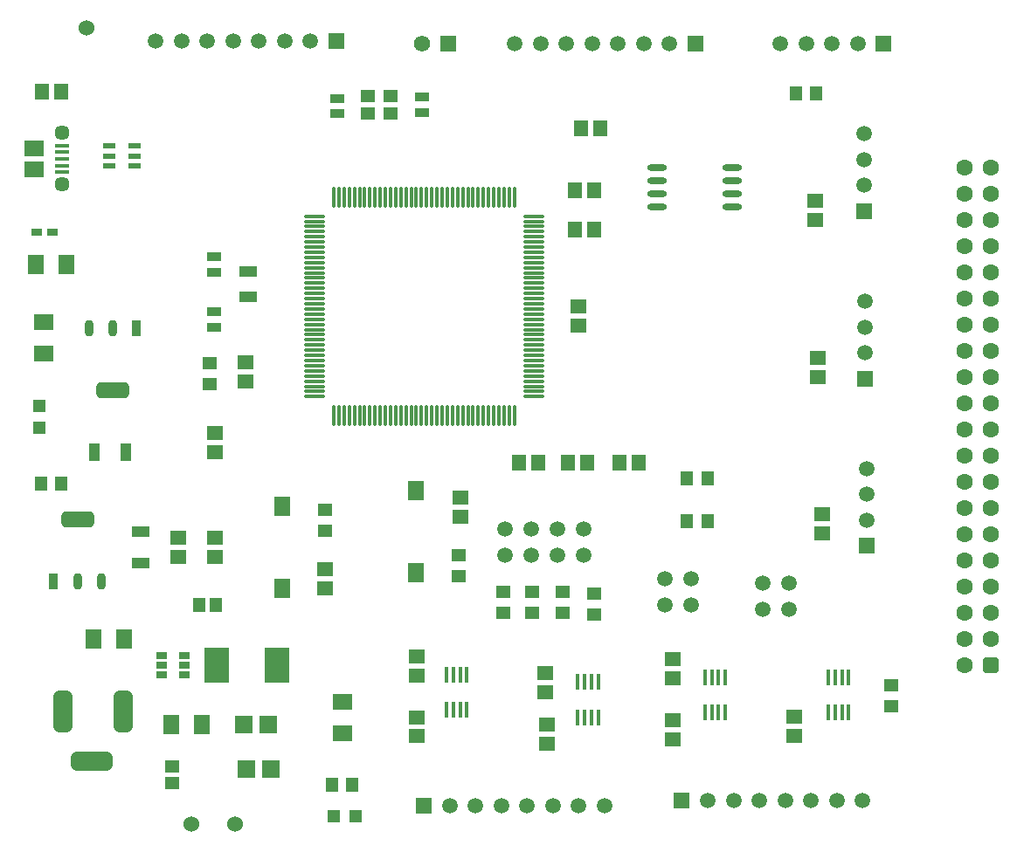
<source format=gbr>
G04*
G04 #@! TF.GenerationSoftware,Altium Limited,Altium Designer,24.2.2 (26)*
G04*
G04 Layer_Color=255*
%FSLAX44Y44*%
%MOMM*%
G71*
G04*
G04 #@! TF.SameCoordinates,251A4116-46B9-4EB5-9C36-AF9AACF17162*
G04*
G04*
G04 #@! TF.FilePolarity,Positive*
G04*
G01*
G75*
%ADD24R,1.2000X1.4500*%
%ADD25R,1.4500X1.2000*%
%ADD26R,1.4546X1.5562*%
%ADD27R,1.4562X1.3046*%
%ADD28R,1.5562X1.4546*%
%ADD29R,1.9000X1.5000*%
%ADD30R,1.3500X0.4000*%
%ADD31R,1.0200X0.7600*%
%ADD32R,1.5046X1.9062*%
G04:AMPARAMS|DCode=33|XSize=1.6042mm|YSize=0.8798mm|CornerRadius=0.4399mm|HoleSize=0mm|Usage=FLASHONLY|Rotation=270.000|XOffset=0mm|YOffset=0mm|HoleType=Round|Shape=RoundedRectangle|*
%AMROUNDEDRECTD33*
21,1,1.6042,0.0000,0,0,270.0*
21,1,0.7244,0.8798,0,0,270.0*
1,1,0.8798,0.0000,-0.3622*
1,1,0.8798,0.0000,0.3622*
1,1,0.8798,0.0000,0.3622*
1,1,0.8798,0.0000,-0.3622*
%
%ADD33ROUNDEDRECTD33*%
G04:AMPARAMS|DCode=34|XSize=1.6042mm|YSize=3.1798mm|CornerRadius=0.4411mm|HoleSize=0mm|Usage=FLASHONLY|Rotation=270.000|XOffset=0mm|YOffset=0mm|HoleType=Round|Shape=RoundedRectangle|*
%AMROUNDEDRECTD34*
21,1,1.6042,2.2975,0,0,270.0*
21,1,0.7219,3.1798,0,0,270.0*
1,1,0.8823,-1.1488,-0.3609*
1,1,0.8823,-1.1488,0.3609*
1,1,0.8823,1.1488,0.3609*
1,1,0.8823,1.1488,-0.3609*
%
%ADD34ROUNDEDRECTD34*%
%ADD35R,0.8798X1.6042*%
%ADD36R,1.3500X0.9500*%
%ADD37O,1.9000X0.6500*%
%ADD38R,1.0000X1.8000*%
%ADD39R,1.4000X1.2000*%
%ADD40R,1.5000X1.9000*%
%ADD41O,0.3000X2.1000*%
%ADD42O,2.1000X0.3000*%
%ADD43R,1.2000X0.6000*%
%ADD44R,1.7540X1.8062*%
%ADD45R,2.4130X3.4290*%
%ADD46R,1.9062X1.5046*%
%ADD47R,1.2000X1.2000*%
%ADD48R,1.2000X1.2000*%
%ADD49R,1.8000X1.0000*%
%ADD50R,1.0000X0.7000*%
%ADD51R,1.3046X1.4562*%
%ADD63R,0.3000X1.6000*%
%ADD88C,1.5300*%
G04:AMPARAMS|DCode=89|XSize=4mm|YSize=1.8mm|CornerRadius=0.45mm|HoleSize=0mm|Usage=FLASHONLY|Rotation=90.000|XOffset=0mm|YOffset=0mm|HoleType=Round|Shape=RoundedRectangle|*
%AMROUNDEDRECTD89*
21,1,4.0000,0.9000,0,0,90.0*
21,1,3.1000,1.8000,0,0,90.0*
1,1,0.9000,0.4500,1.5500*
1,1,0.9000,0.4500,-1.5500*
1,1,0.9000,-0.4500,-1.5500*
1,1,0.9000,-0.4500,1.5500*
%
%ADD89ROUNDEDRECTD89*%
G04:AMPARAMS|DCode=90|XSize=4mm|YSize=1.8mm|CornerRadius=0.45mm|HoleSize=0mm|Usage=FLASHONLY|Rotation=180.000|XOffset=0mm|YOffset=0mm|HoleType=Round|Shape=RoundedRectangle|*
%AMROUNDEDRECTD90*
21,1,4.0000,0.9000,0,0,180.0*
21,1,3.1000,1.8000,0,0,180.0*
1,1,0.9000,-1.5500,0.4500*
1,1,0.9000,1.5500,0.4500*
1,1,0.9000,1.5500,-0.4500*
1,1,0.9000,-1.5500,-0.4500*
%
%ADD90ROUNDEDRECTD90*%
%ADD91C,1.5080*%
%ADD92R,1.5080X1.5080*%
%ADD93C,1.4500*%
%ADD94R,1.5750X1.5750*%
%ADD95C,1.5750*%
%ADD96R,1.5080X1.5080*%
%ADD97C,1.6000*%
G04:AMPARAMS|DCode=98|XSize=1.6mm|YSize=1.6mm|CornerRadius=0.4mm|HoleSize=0mm|Usage=FLASHONLY|Rotation=270.000|XOffset=0mm|YOffset=0mm|HoleType=Round|Shape=RoundedRectangle|*
%AMROUNDEDRECTD98*
21,1,1.6000,0.8000,0,0,270.0*
21,1,0.8000,1.6000,0,0,270.0*
1,1,0.8000,-0.4000,-0.4000*
1,1,0.8000,-0.4000,0.4000*
1,1,0.8000,0.4000,0.4000*
1,1,0.8000,0.4000,-0.4000*
%
%ADD98ROUNDEDRECTD98*%
%ADD99C,1.5200*%
D24*
X662940Y365760D02*
D03*
X768510Y739140D02*
D03*
X788510D02*
D03*
X663100Y323850D02*
D03*
X683100D02*
D03*
X682940Y365760D02*
D03*
X56990Y360680D02*
D03*
X36990D02*
D03*
X338930Y68580D02*
D03*
X318930D02*
D03*
D25*
X200660Y457200D02*
D03*
X312420Y335120D02*
D03*
Y315120D02*
D03*
X441960Y290830D02*
D03*
Y270830D02*
D03*
X485140Y235110D02*
D03*
Y255110D02*
D03*
X513182Y235110D02*
D03*
Y255110D02*
D03*
X572770Y233840D02*
D03*
Y253840D02*
D03*
X542290Y235110D02*
D03*
Y255110D02*
D03*
X861060Y144940D02*
D03*
X200660Y477200D02*
D03*
X861060Y164940D02*
D03*
D26*
X615950Y381000D02*
D03*
X560604Y704850D02*
D03*
X579120D02*
D03*
X565886Y381000D02*
D03*
X547370D02*
D03*
X573138Y645160D02*
D03*
X554622D02*
D03*
X500012Y381000D02*
D03*
X518528D02*
D03*
X597434D02*
D03*
X37732Y740410D02*
D03*
X554622Y607060D02*
D03*
X573138D02*
D03*
X56248Y740410D02*
D03*
D27*
X163830Y86360D02*
D03*
Y70244D02*
D03*
D28*
X767080Y115570D02*
D03*
X787400Y615950D02*
D03*
Y634466D02*
D03*
X234950Y477888D02*
D03*
Y459372D02*
D03*
X312420Y277228D02*
D03*
Y258712D02*
D03*
X443230Y346710D02*
D03*
Y328194D02*
D03*
X205740Y307708D02*
D03*
Y289192D02*
D03*
X557530Y513982D02*
D03*
Y532498D02*
D03*
X649393Y189844D02*
D03*
Y171329D02*
D03*
X401437Y115371D02*
D03*
X527050Y108106D02*
D03*
X649393Y112662D02*
D03*
X401437Y174038D02*
D03*
X789940Y482600D02*
D03*
X525780Y158004D02*
D03*
X793750Y330568D02*
D03*
X170180Y289192D02*
D03*
X205740Y409676D02*
D03*
X401437Y133887D02*
D03*
X527050Y126621D02*
D03*
X649393Y131178D02*
D03*
X767080Y134086D02*
D03*
X205740Y391160D02*
D03*
X170180Y307708D02*
D03*
X793750Y312052D02*
D03*
X525780Y176519D02*
D03*
X789940Y464084D02*
D03*
X401437Y192553D02*
D03*
D29*
X30480Y665480D02*
D03*
Y685480D02*
D03*
D30*
X57480Y668980D02*
D03*
Y688480D02*
D03*
Y662480D02*
D03*
Y681980D02*
D03*
Y675480D02*
D03*
D31*
X33020Y604520D02*
D03*
X48220D02*
D03*
D32*
X31982Y572770D02*
D03*
X61998D02*
D03*
X117878Y209550D02*
D03*
X87862D02*
D03*
X163024Y127000D02*
D03*
X193040D02*
D03*
D33*
X83680Y510850D02*
D03*
X106680D02*
D03*
X95390Y265910D02*
D03*
X72390D02*
D03*
D34*
X106680Y450850D02*
D03*
X72390Y325910D02*
D03*
D35*
X129680Y510850D02*
D03*
X49390Y265910D02*
D03*
D36*
X323850Y719060D02*
D03*
Y734060D02*
D03*
X406400Y735210D02*
D03*
Y720210D02*
D03*
X204470Y565150D02*
D03*
Y526930D02*
D03*
Y580150D02*
D03*
Y511930D02*
D03*
D37*
X634060Y666750D02*
D03*
Y654050D02*
D03*
X707060Y641350D02*
D03*
Y628650D02*
D03*
Y654050D02*
D03*
Y666750D02*
D03*
X634060Y641350D02*
D03*
Y628650D02*
D03*
D38*
X119140Y391160D02*
D03*
X89140D02*
D03*
D39*
X353490Y719210D02*
D03*
X375490Y736210D02*
D03*
Y719210D02*
D03*
X353490Y736210D02*
D03*
D40*
X271190Y338420D02*
D03*
Y258420D02*
D03*
X400730Y353660D02*
D03*
Y273660D02*
D03*
D41*
X440760Y638330D02*
D03*
X335760D02*
D03*
X325760Y426330D02*
D03*
X485760D02*
D03*
X480760D02*
D03*
X330760D02*
D03*
X320760D02*
D03*
X445760Y638330D02*
D03*
X495760D02*
D03*
X490760D02*
D03*
X485760D02*
D03*
X480760D02*
D03*
X475760D02*
D03*
X470760D02*
D03*
X465760D02*
D03*
X460760D02*
D03*
X455760D02*
D03*
X450760D02*
D03*
X435760D02*
D03*
X430760D02*
D03*
X425760D02*
D03*
X420760D02*
D03*
X415760D02*
D03*
X410760D02*
D03*
X405760D02*
D03*
X400760D02*
D03*
X395760D02*
D03*
X390760D02*
D03*
X385760D02*
D03*
X380760D02*
D03*
X375760D02*
D03*
X370760D02*
D03*
X365760D02*
D03*
X360760D02*
D03*
X355760D02*
D03*
X350760D02*
D03*
X345760D02*
D03*
X340760D02*
D03*
X330760D02*
D03*
X325760D02*
D03*
X320760D02*
D03*
X335760Y426330D02*
D03*
X340760D02*
D03*
X345760D02*
D03*
X350760D02*
D03*
X355760D02*
D03*
X360760D02*
D03*
X365760D02*
D03*
X370760D02*
D03*
X375760D02*
D03*
X380760D02*
D03*
X385760D02*
D03*
X390760D02*
D03*
X395760D02*
D03*
X400760D02*
D03*
X405760D02*
D03*
X410760D02*
D03*
X415760D02*
D03*
X420760D02*
D03*
X425760D02*
D03*
X430760D02*
D03*
X435760D02*
D03*
X440760D02*
D03*
X445760D02*
D03*
X450760D02*
D03*
X455760D02*
D03*
X460760D02*
D03*
X465760D02*
D03*
X470760D02*
D03*
X475760D02*
D03*
X490760D02*
D03*
X495760D02*
D03*
D42*
X302260Y584830D02*
D03*
Y574830D02*
D03*
Y534830D02*
D03*
Y514830D02*
D03*
X514260Y529830D02*
D03*
Y524830D02*
D03*
X302260Y494830D02*
D03*
Y519830D02*
D03*
Y544830D02*
D03*
Y599830D02*
D03*
Y539830D02*
D03*
Y549830D02*
D03*
Y554830D02*
D03*
Y619830D02*
D03*
Y614830D02*
D03*
Y609830D02*
D03*
Y604830D02*
D03*
Y594830D02*
D03*
Y589830D02*
D03*
Y579830D02*
D03*
Y569830D02*
D03*
Y564830D02*
D03*
Y559830D02*
D03*
Y529830D02*
D03*
Y524830D02*
D03*
Y509830D02*
D03*
Y504830D02*
D03*
Y499830D02*
D03*
Y489830D02*
D03*
Y484830D02*
D03*
Y479830D02*
D03*
Y474830D02*
D03*
Y469830D02*
D03*
Y464830D02*
D03*
Y459830D02*
D03*
Y454830D02*
D03*
Y449830D02*
D03*
Y444830D02*
D03*
X514260D02*
D03*
Y449830D02*
D03*
Y454830D02*
D03*
Y459830D02*
D03*
Y464830D02*
D03*
Y469830D02*
D03*
Y474830D02*
D03*
Y479830D02*
D03*
Y484830D02*
D03*
Y489830D02*
D03*
Y494830D02*
D03*
Y499830D02*
D03*
Y504830D02*
D03*
Y509830D02*
D03*
Y514830D02*
D03*
Y519830D02*
D03*
Y534830D02*
D03*
Y539830D02*
D03*
Y544830D02*
D03*
Y549830D02*
D03*
Y554830D02*
D03*
Y559830D02*
D03*
Y564830D02*
D03*
Y569830D02*
D03*
Y574830D02*
D03*
Y579830D02*
D03*
Y584830D02*
D03*
Y589830D02*
D03*
Y594830D02*
D03*
Y599830D02*
D03*
Y604830D02*
D03*
Y609830D02*
D03*
Y614830D02*
D03*
Y619830D02*
D03*
D43*
X128070Y687680D02*
D03*
Y678180D02*
D03*
Y668680D02*
D03*
X103070D02*
D03*
Y687680D02*
D03*
Y678180D02*
D03*
D44*
X257202Y127000D02*
D03*
X233680D02*
D03*
X259411Y83820D02*
D03*
X235889D02*
D03*
D45*
X265430Y184150D02*
D03*
X207010D02*
D03*
D46*
X39370Y486642D02*
D03*
Y516658D02*
D03*
X328930Y118342D02*
D03*
Y148358D02*
D03*
D47*
X35560Y435950D02*
D03*
Y414950D02*
D03*
D48*
X341970Y38100D02*
D03*
X320970D02*
D03*
D49*
X133350Y283450D02*
D03*
Y313450D02*
D03*
X237490Y541220D02*
D03*
Y566220D02*
D03*
D50*
X153670Y193650D02*
D03*
Y184150D02*
D03*
Y174650D02*
D03*
X175660Y184150D02*
D03*
Y193650D02*
D03*
Y174650D02*
D03*
D51*
X190062Y242570D02*
D03*
X206178D02*
D03*
D63*
X806600Y138430D02*
D03*
X813100D02*
D03*
X819600Y172430D02*
D03*
X813100D02*
D03*
X806600D02*
D03*
X800100D02*
D03*
X819600Y138430D02*
D03*
X800100D02*
D03*
X687070D02*
D03*
X693570D02*
D03*
Y172430D02*
D03*
X687070D02*
D03*
X680570D02*
D03*
X700070Y138430D02*
D03*
Y172430D02*
D03*
X680570Y138430D02*
D03*
X430230Y140970D02*
D03*
X557380Y133874D02*
D03*
X576880Y167873D02*
D03*
Y133874D02*
D03*
X449730Y174970D02*
D03*
Y140970D02*
D03*
X430230Y174970D02*
D03*
X557380Y167873D02*
D03*
X563880Y133874D02*
D03*
Y167873D02*
D03*
X570380D02*
D03*
Y133874D02*
D03*
X436730Y174970D02*
D03*
X443230D02*
D03*
Y140970D02*
D03*
X436730D02*
D03*
D88*
X224790Y30480D02*
D03*
X81280Y802640D02*
D03*
X182880Y30480D02*
D03*
D89*
X116360Y139440D02*
D03*
X58360D02*
D03*
D90*
X86360Y91440D02*
D03*
D91*
X273050Y789940D02*
D03*
X835660Y537210D02*
D03*
X621030Y787400D02*
D03*
X708120Y53340D02*
D03*
X758120D02*
D03*
X808120D02*
D03*
X833120D02*
D03*
X783120D02*
D03*
X683120D02*
D03*
X733120D02*
D03*
X458070Y48260D02*
D03*
X508070D02*
D03*
X558070D02*
D03*
X583070D02*
D03*
X533070D02*
D03*
X433070D02*
D03*
X483070D02*
D03*
X148050Y789940D02*
D03*
X173050D02*
D03*
X198050D02*
D03*
X223050D02*
D03*
X298050D02*
D03*
X248050D02*
D03*
X496030Y787400D02*
D03*
X521030D02*
D03*
X546030D02*
D03*
X571030D02*
D03*
X646030D02*
D03*
X596030D02*
D03*
X828440D02*
D03*
X803440D02*
D03*
X778440D02*
D03*
X753440D02*
D03*
X834390Y699840D02*
D03*
Y674840D02*
D03*
Y649840D02*
D03*
X835660Y512210D02*
D03*
Y487210D02*
D03*
X836930Y325120D02*
D03*
Y350120D02*
D03*
Y375120D02*
D03*
D92*
X853440Y787400D02*
D03*
X658120Y53340D02*
D03*
X408070Y48260D02*
D03*
X323050Y789940D02*
D03*
X671030Y787400D02*
D03*
D93*
X57480Y700480D02*
D03*
Y650480D02*
D03*
D94*
X431600Y787230D02*
D03*
D95*
X406600D02*
D03*
D96*
X834390Y624840D02*
D03*
X835660Y462210D02*
D03*
X836930Y300120D02*
D03*
D97*
X932180Y463550D02*
D03*
X957580D02*
D03*
X932180Y438150D02*
D03*
Y412750D02*
D03*
X957580Y438150D02*
D03*
Y412750D02*
D03*
X932180Y311150D02*
D03*
Y285750D02*
D03*
X957580Y311150D02*
D03*
Y285750D02*
D03*
X932180Y184150D02*
D03*
X957580Y209550D02*
D03*
X932180D02*
D03*
X957580Y234950D02*
D03*
X932180D02*
D03*
X957580Y260350D02*
D03*
X932180D02*
D03*
X957580Y336550D02*
D03*
X932180D02*
D03*
X957580Y361950D02*
D03*
Y387350D02*
D03*
X932180Y361950D02*
D03*
Y387350D02*
D03*
X957580Y488950D02*
D03*
Y514350D02*
D03*
Y539750D02*
D03*
Y565150D02*
D03*
X932180Y488950D02*
D03*
Y514350D02*
D03*
Y539750D02*
D03*
Y565150D02*
D03*
X957580Y590550D02*
D03*
Y641350D02*
D03*
Y666750D02*
D03*
X932180Y590550D02*
D03*
Y615950D02*
D03*
Y641350D02*
D03*
Y666750D02*
D03*
X957580Y615950D02*
D03*
D98*
Y184150D02*
D03*
D99*
X486410Y290830D02*
D03*
Y316230D02*
D03*
X511810Y290830D02*
D03*
Y316230D02*
D03*
X537210Y290830D02*
D03*
Y316230D02*
D03*
X562610Y290830D02*
D03*
Y316230D02*
D03*
X666750Y267970D02*
D03*
Y242570D02*
D03*
X641350Y267970D02*
D03*
Y242570D02*
D03*
X762000Y264160D02*
D03*
Y238760D02*
D03*
X736600Y264160D02*
D03*
Y238760D02*
D03*
M02*

</source>
